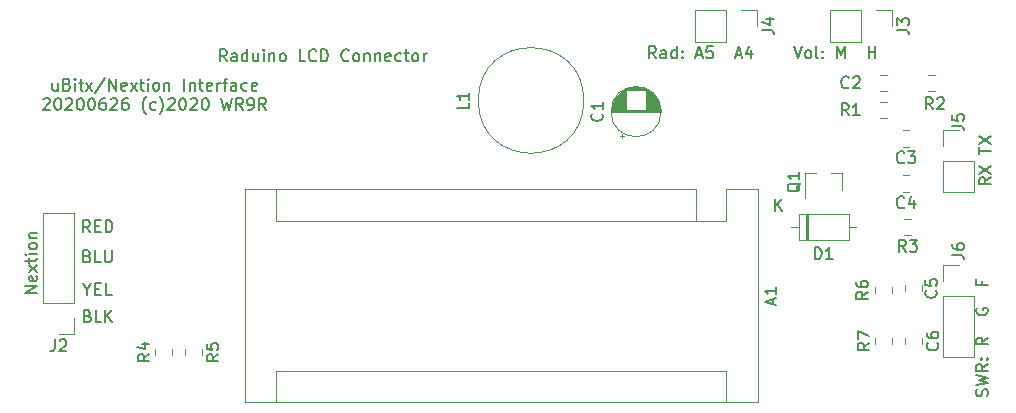
<source format=gbr>
G04 #@! TF.GenerationSoftware,KiCad,Pcbnew,(5.1.5)-3*
G04 #@! TF.CreationDate,2020-07-14T08:47:50-04:00*
G04 #@! TF.ProjectId,WR9R_Raduino,57523952-5f52-4616-9475-696e6f2e6b69,rev?*
G04 #@! TF.SameCoordinates,Original*
G04 #@! TF.FileFunction,Legend,Top*
G04 #@! TF.FilePolarity,Positive*
%FSLAX46Y46*%
G04 Gerber Fmt 4.6, Leading zero omitted, Abs format (unit mm)*
G04 Created by KiCad (PCBNEW (5.1.5)-3) date 2020-07-14 08:47:50*
%MOMM*%
%LPD*%
G04 APERTURE LIST*
%ADD10C,0.150000*%
%ADD11C,0.120000*%
G04 APERTURE END LIST*
D10*
X74515766Y-107751570D02*
X74658623Y-107799189D01*
X74706242Y-107846808D01*
X74753861Y-107942046D01*
X74753861Y-108084903D01*
X74706242Y-108180141D01*
X74658623Y-108227760D01*
X74563385Y-108275379D01*
X74182433Y-108275379D01*
X74182433Y-107275379D01*
X74515766Y-107275379D01*
X74611004Y-107322999D01*
X74658623Y-107370618D01*
X74706242Y-107465856D01*
X74706242Y-107561094D01*
X74658623Y-107656332D01*
X74611004Y-107703951D01*
X74515766Y-107751570D01*
X74182433Y-107751570D01*
X75658623Y-108275379D02*
X75182433Y-108275379D01*
X75182433Y-107275379D01*
X75991957Y-108275379D02*
X75991957Y-107275379D01*
X76563385Y-108275379D02*
X76134814Y-107703951D01*
X76563385Y-107275379D02*
X75991957Y-107846808D01*
X74491957Y-105513189D02*
X74491957Y-105989379D01*
X74158623Y-104989379D02*
X74491957Y-105513189D01*
X74825290Y-104989379D01*
X75158623Y-105465570D02*
X75491957Y-105465570D01*
X75634814Y-105989379D02*
X75158623Y-105989379D01*
X75158623Y-104989379D01*
X75634814Y-104989379D01*
X76539576Y-105989379D02*
X76063385Y-105989379D01*
X76063385Y-104989379D01*
X74491957Y-102671570D02*
X74634814Y-102719189D01*
X74682433Y-102766808D01*
X74730052Y-102862046D01*
X74730052Y-103004903D01*
X74682433Y-103100141D01*
X74634814Y-103147760D01*
X74539576Y-103195379D01*
X74158623Y-103195379D01*
X74158623Y-102195379D01*
X74491957Y-102195379D01*
X74587195Y-102242999D01*
X74634814Y-102290618D01*
X74682433Y-102385856D01*
X74682433Y-102481094D01*
X74634814Y-102576332D01*
X74587195Y-102623951D01*
X74491957Y-102671570D01*
X74158623Y-102671570D01*
X75634814Y-103195379D02*
X75158623Y-103195379D01*
X75158623Y-102195379D01*
X75968147Y-102195379D02*
X75968147Y-103004903D01*
X76015766Y-103100141D01*
X76063385Y-103147760D01*
X76158623Y-103195379D01*
X76349100Y-103195379D01*
X76444338Y-103147760D01*
X76491957Y-103100141D01*
X76539576Y-103004903D01*
X76539576Y-102195379D01*
X86280052Y-86177379D02*
X85946719Y-85701189D01*
X85708623Y-86177379D02*
X85708623Y-85177379D01*
X86089576Y-85177379D01*
X86184814Y-85224999D01*
X86232433Y-85272618D01*
X86280052Y-85367856D01*
X86280052Y-85510713D01*
X86232433Y-85605951D01*
X86184814Y-85653570D01*
X86089576Y-85701189D01*
X85708623Y-85701189D01*
X87137195Y-86177379D02*
X87137195Y-85653570D01*
X87089576Y-85558332D01*
X86994338Y-85510713D01*
X86803861Y-85510713D01*
X86708623Y-85558332D01*
X87137195Y-86129760D02*
X87041957Y-86177379D01*
X86803861Y-86177379D01*
X86708623Y-86129760D01*
X86661004Y-86034522D01*
X86661004Y-85939284D01*
X86708623Y-85844046D01*
X86803861Y-85796427D01*
X87041957Y-85796427D01*
X87137195Y-85748808D01*
X88041957Y-86177379D02*
X88041957Y-85177379D01*
X88041957Y-86129760D02*
X87946719Y-86177379D01*
X87756242Y-86177379D01*
X87661004Y-86129760D01*
X87613385Y-86082141D01*
X87565766Y-85986903D01*
X87565766Y-85701189D01*
X87613385Y-85605951D01*
X87661004Y-85558332D01*
X87756242Y-85510713D01*
X87946719Y-85510713D01*
X88041957Y-85558332D01*
X88946719Y-85510713D02*
X88946719Y-86177379D01*
X88518147Y-85510713D02*
X88518147Y-86034522D01*
X88565766Y-86129760D01*
X88661004Y-86177379D01*
X88803861Y-86177379D01*
X88899100Y-86129760D01*
X88946719Y-86082141D01*
X89422909Y-86177379D02*
X89422909Y-85510713D01*
X89422909Y-85177379D02*
X89375290Y-85224999D01*
X89422909Y-85272618D01*
X89470528Y-85224999D01*
X89422909Y-85177379D01*
X89422909Y-85272618D01*
X89899100Y-85510713D02*
X89899100Y-86177379D01*
X89899100Y-85605951D02*
X89946719Y-85558332D01*
X90041957Y-85510713D01*
X90184814Y-85510713D01*
X90280052Y-85558332D01*
X90327671Y-85653570D01*
X90327671Y-86177379D01*
X90946719Y-86177379D02*
X90851480Y-86129760D01*
X90803861Y-86082141D01*
X90756242Y-85986903D01*
X90756242Y-85701189D01*
X90803861Y-85605951D01*
X90851480Y-85558332D01*
X90946719Y-85510713D01*
X91089576Y-85510713D01*
X91184814Y-85558332D01*
X91232433Y-85605951D01*
X91280052Y-85701189D01*
X91280052Y-85986903D01*
X91232433Y-86082141D01*
X91184814Y-86129760D01*
X91089576Y-86177379D01*
X90946719Y-86177379D01*
X92946719Y-86177379D02*
X92470528Y-86177379D01*
X92470528Y-85177379D01*
X93851480Y-86082141D02*
X93803861Y-86129760D01*
X93661004Y-86177379D01*
X93565766Y-86177379D01*
X93422909Y-86129760D01*
X93327671Y-86034522D01*
X93280052Y-85939284D01*
X93232433Y-85748808D01*
X93232433Y-85605951D01*
X93280052Y-85415475D01*
X93327671Y-85320237D01*
X93422909Y-85224999D01*
X93565766Y-85177379D01*
X93661004Y-85177379D01*
X93803861Y-85224999D01*
X93851480Y-85272618D01*
X94280052Y-86177379D02*
X94280052Y-85177379D01*
X94518147Y-85177379D01*
X94661004Y-85224999D01*
X94756242Y-85320237D01*
X94803861Y-85415475D01*
X94851480Y-85605951D01*
X94851480Y-85748808D01*
X94803861Y-85939284D01*
X94756242Y-86034522D01*
X94661004Y-86129760D01*
X94518147Y-86177379D01*
X94280052Y-86177379D01*
X96613385Y-86082141D02*
X96565766Y-86129760D01*
X96422909Y-86177379D01*
X96327671Y-86177379D01*
X96184814Y-86129760D01*
X96089576Y-86034522D01*
X96041957Y-85939284D01*
X95994338Y-85748808D01*
X95994338Y-85605951D01*
X96041957Y-85415475D01*
X96089576Y-85320237D01*
X96184814Y-85224999D01*
X96327671Y-85177379D01*
X96422909Y-85177379D01*
X96565766Y-85224999D01*
X96613385Y-85272618D01*
X97184814Y-86177379D02*
X97089576Y-86129760D01*
X97041957Y-86082141D01*
X96994338Y-85986903D01*
X96994338Y-85701189D01*
X97041957Y-85605951D01*
X97089576Y-85558332D01*
X97184814Y-85510713D01*
X97327671Y-85510713D01*
X97422909Y-85558332D01*
X97470528Y-85605951D01*
X97518147Y-85701189D01*
X97518147Y-85986903D01*
X97470528Y-86082141D01*
X97422909Y-86129760D01*
X97327671Y-86177379D01*
X97184814Y-86177379D01*
X97946719Y-85510713D02*
X97946719Y-86177379D01*
X97946719Y-85605951D02*
X97994338Y-85558332D01*
X98089576Y-85510713D01*
X98232433Y-85510713D01*
X98327671Y-85558332D01*
X98375290Y-85653570D01*
X98375290Y-86177379D01*
X98851480Y-85510713D02*
X98851480Y-86177379D01*
X98851480Y-85605951D02*
X98899100Y-85558332D01*
X98994338Y-85510713D01*
X99137195Y-85510713D01*
X99232433Y-85558332D01*
X99280052Y-85653570D01*
X99280052Y-86177379D01*
X100137195Y-86129760D02*
X100041957Y-86177379D01*
X99851480Y-86177379D01*
X99756242Y-86129760D01*
X99708623Y-86034522D01*
X99708623Y-85653570D01*
X99756242Y-85558332D01*
X99851480Y-85510713D01*
X100041957Y-85510713D01*
X100137195Y-85558332D01*
X100184814Y-85653570D01*
X100184814Y-85748808D01*
X99708623Y-85844046D01*
X101041957Y-86129760D02*
X100946719Y-86177379D01*
X100756242Y-86177379D01*
X100661004Y-86129760D01*
X100613385Y-86082141D01*
X100565766Y-85986903D01*
X100565766Y-85701189D01*
X100613385Y-85605951D01*
X100661004Y-85558332D01*
X100756242Y-85510713D01*
X100946719Y-85510713D01*
X101041957Y-85558332D01*
X101327671Y-85510713D02*
X101708623Y-85510713D01*
X101470528Y-85177379D02*
X101470528Y-86034522D01*
X101518147Y-86129760D01*
X101613385Y-86177379D01*
X101708623Y-86177379D01*
X102184814Y-86177379D02*
X102089576Y-86129760D01*
X102041957Y-86082141D01*
X101994338Y-85986903D01*
X101994338Y-85701189D01*
X102041957Y-85605951D01*
X102089576Y-85558332D01*
X102184814Y-85510713D01*
X102327671Y-85510713D01*
X102422909Y-85558332D01*
X102470528Y-85605951D01*
X102518147Y-85701189D01*
X102518147Y-85986903D01*
X102470528Y-86082141D01*
X102422909Y-86129760D01*
X102327671Y-86177379D01*
X102184814Y-86177379D01*
X102946719Y-86177379D02*
X102946719Y-85510713D01*
X102946719Y-85701189D02*
X102994338Y-85605951D01*
X103041957Y-85558332D01*
X103137195Y-85510713D01*
X103232433Y-85510713D01*
X150683861Y-114529570D02*
X150731480Y-114386713D01*
X150731480Y-114148618D01*
X150683861Y-114053379D01*
X150636242Y-114005760D01*
X150541004Y-113958141D01*
X150445766Y-113958141D01*
X150350528Y-114005760D01*
X150302909Y-114053379D01*
X150255290Y-114148618D01*
X150207671Y-114339094D01*
X150160052Y-114434332D01*
X150112433Y-114481951D01*
X150017195Y-114529570D01*
X149921957Y-114529570D01*
X149826719Y-114481951D01*
X149779100Y-114434332D01*
X149731480Y-114339094D01*
X149731480Y-114100999D01*
X149779100Y-113958141D01*
X149731480Y-113624808D02*
X150731480Y-113386713D01*
X150017195Y-113196237D01*
X150731480Y-113005760D01*
X149731480Y-112767665D01*
X150731480Y-111815284D02*
X150255290Y-112148618D01*
X150731480Y-112386713D02*
X149731480Y-112386713D01*
X149731480Y-112005760D01*
X149779100Y-111910522D01*
X149826719Y-111862903D01*
X149921957Y-111815284D01*
X150064814Y-111815284D01*
X150160052Y-111862903D01*
X150207671Y-111910522D01*
X150255290Y-112005760D01*
X150255290Y-112386713D01*
X150636242Y-111386713D02*
X150683861Y-111339094D01*
X150731480Y-111386713D01*
X150683861Y-111434332D01*
X150636242Y-111386713D01*
X150731480Y-111386713D01*
X150112433Y-111386713D02*
X150160052Y-111339094D01*
X150207671Y-111386713D01*
X150160052Y-111434332D01*
X150112433Y-111386713D01*
X150207671Y-111386713D01*
X150731480Y-109577189D02*
X150255290Y-109910522D01*
X150731480Y-110148618D02*
X149731480Y-110148618D01*
X149731480Y-109767665D01*
X149779100Y-109672427D01*
X149826719Y-109624808D01*
X149921957Y-109577189D01*
X150064814Y-109577189D01*
X150160052Y-109624808D01*
X150207671Y-109672427D01*
X150255290Y-109767665D01*
X150255290Y-110148618D01*
X149779100Y-107100999D02*
X149731480Y-107196237D01*
X149731480Y-107339094D01*
X149779100Y-107481951D01*
X149874338Y-107577189D01*
X149969576Y-107624808D01*
X150160052Y-107672427D01*
X150302909Y-107672427D01*
X150493385Y-107624808D01*
X150588623Y-107577189D01*
X150683861Y-107481951D01*
X150731480Y-107339094D01*
X150731480Y-107243856D01*
X150683861Y-107100999D01*
X150636242Y-107053379D01*
X150302909Y-107053379D01*
X150302909Y-107243856D01*
X150207671Y-104767665D02*
X150207671Y-105100999D01*
X150731480Y-105100999D02*
X149731480Y-105100999D01*
X149731480Y-104624808D01*
X150985480Y-96019760D02*
X150509290Y-96353094D01*
X150985480Y-96591189D02*
X149985480Y-96591189D01*
X149985480Y-96210237D01*
X150033100Y-96114999D01*
X150080719Y-96067379D01*
X150175957Y-96019760D01*
X150318814Y-96019760D01*
X150414052Y-96067379D01*
X150461671Y-96114999D01*
X150509290Y-96210237D01*
X150509290Y-96591189D01*
X149985480Y-95686427D02*
X150985480Y-95019760D01*
X149985480Y-95019760D02*
X150985480Y-95686427D01*
X149985480Y-94019760D02*
X149985480Y-93448332D01*
X150985480Y-93734046D02*
X149985480Y-93734046D01*
X149985480Y-93210237D02*
X150985480Y-92543570D01*
X149985480Y-92543570D02*
X150985480Y-93210237D01*
X122617385Y-85923379D02*
X122284052Y-85447189D01*
X122045957Y-85923379D02*
X122045957Y-84923379D01*
X122426909Y-84923379D01*
X122522147Y-84970999D01*
X122569766Y-85018618D01*
X122617385Y-85113856D01*
X122617385Y-85256713D01*
X122569766Y-85351951D01*
X122522147Y-85399570D01*
X122426909Y-85447189D01*
X122045957Y-85447189D01*
X123474528Y-85923379D02*
X123474528Y-85399570D01*
X123426909Y-85304332D01*
X123331671Y-85256713D01*
X123141195Y-85256713D01*
X123045957Y-85304332D01*
X123474528Y-85875760D02*
X123379290Y-85923379D01*
X123141195Y-85923379D01*
X123045957Y-85875760D01*
X122998338Y-85780522D01*
X122998338Y-85685284D01*
X123045957Y-85590046D01*
X123141195Y-85542427D01*
X123379290Y-85542427D01*
X123474528Y-85494808D01*
X124379290Y-85923379D02*
X124379290Y-84923379D01*
X124379290Y-85875760D02*
X124284052Y-85923379D01*
X124093576Y-85923379D01*
X123998338Y-85875760D01*
X123950719Y-85828141D01*
X123903100Y-85732903D01*
X123903100Y-85447189D01*
X123950719Y-85351951D01*
X123998338Y-85304332D01*
X124093576Y-85256713D01*
X124284052Y-85256713D01*
X124379290Y-85304332D01*
X124855480Y-85828141D02*
X124903100Y-85875760D01*
X124855480Y-85923379D01*
X124807861Y-85875760D01*
X124855480Y-85828141D01*
X124855480Y-85923379D01*
X124855480Y-85304332D02*
X124903100Y-85351951D01*
X124855480Y-85399570D01*
X124807861Y-85351951D01*
X124855480Y-85304332D01*
X124855480Y-85399570D01*
X126045957Y-85637665D02*
X126522147Y-85637665D01*
X125950719Y-85923379D02*
X126284052Y-84923379D01*
X126617385Y-85923379D01*
X127426909Y-84923379D02*
X126950719Y-84923379D01*
X126903100Y-85399570D01*
X126950719Y-85351951D01*
X127045957Y-85304332D01*
X127284052Y-85304332D01*
X127379290Y-85351951D01*
X127426909Y-85399570D01*
X127474528Y-85494808D01*
X127474528Y-85732903D01*
X127426909Y-85828141D01*
X127379290Y-85875760D01*
X127284052Y-85923379D01*
X127045957Y-85923379D01*
X126950719Y-85875760D01*
X126903100Y-85828141D01*
X129379290Y-85637665D02*
X129855480Y-85637665D01*
X129284052Y-85923379D02*
X129617385Y-84923379D01*
X129950719Y-85923379D01*
X130712623Y-85256713D02*
X130712623Y-85923379D01*
X130474528Y-84875760D02*
X130236433Y-85590046D01*
X130855480Y-85590046D01*
X134309290Y-84923379D02*
X134642623Y-85923379D01*
X134975957Y-84923379D01*
X135452147Y-85923379D02*
X135356909Y-85875760D01*
X135309290Y-85828141D01*
X135261671Y-85732903D01*
X135261671Y-85447189D01*
X135309290Y-85351951D01*
X135356909Y-85304332D01*
X135452147Y-85256713D01*
X135595004Y-85256713D01*
X135690242Y-85304332D01*
X135737861Y-85351951D01*
X135785480Y-85447189D01*
X135785480Y-85732903D01*
X135737861Y-85828141D01*
X135690242Y-85875760D01*
X135595004Y-85923379D01*
X135452147Y-85923379D01*
X136356909Y-85923379D02*
X136261671Y-85875760D01*
X136214052Y-85780522D01*
X136214052Y-84923379D01*
X136737861Y-85828141D02*
X136785480Y-85875760D01*
X136737861Y-85923379D01*
X136690242Y-85875760D01*
X136737861Y-85828141D01*
X136737861Y-85923379D01*
X136737861Y-85304332D02*
X136785480Y-85351951D01*
X136737861Y-85399570D01*
X136690242Y-85351951D01*
X136737861Y-85304332D01*
X136737861Y-85399570D01*
X137975957Y-85923379D02*
X137975957Y-84923379D01*
X138309290Y-85637665D01*
X138642623Y-84923379D01*
X138642623Y-85923379D01*
X140642623Y-85923379D02*
X140642623Y-84923379D01*
X140642623Y-85399570D02*
X141214052Y-85399570D01*
X141214052Y-85923379D02*
X141214052Y-84923379D01*
X70213480Y-105798618D02*
X69213480Y-105798618D01*
X70213480Y-105227189D01*
X69213480Y-105227189D01*
X70165861Y-104370046D02*
X70213480Y-104465284D01*
X70213480Y-104655760D01*
X70165861Y-104750999D01*
X70070623Y-104798618D01*
X69689671Y-104798618D01*
X69594433Y-104750999D01*
X69546814Y-104655760D01*
X69546814Y-104465284D01*
X69594433Y-104370046D01*
X69689671Y-104322427D01*
X69784909Y-104322427D01*
X69880147Y-104798618D01*
X70213480Y-103989094D02*
X69546814Y-103465284D01*
X69546814Y-103989094D02*
X70213480Y-103465284D01*
X69546814Y-103227189D02*
X69546814Y-102846237D01*
X69213480Y-103084332D02*
X70070623Y-103084332D01*
X70165861Y-103036713D01*
X70213480Y-102941475D01*
X70213480Y-102846237D01*
X70213480Y-102512903D02*
X69546814Y-102512903D01*
X69213480Y-102512903D02*
X69261100Y-102560522D01*
X69308719Y-102512903D01*
X69261100Y-102465284D01*
X69213480Y-102512903D01*
X69308719Y-102512903D01*
X70213480Y-101893856D02*
X70165861Y-101989094D01*
X70118242Y-102036713D01*
X70023004Y-102084332D01*
X69737290Y-102084332D01*
X69642052Y-102036713D01*
X69594433Y-101989094D01*
X69546814Y-101893856D01*
X69546814Y-101750999D01*
X69594433Y-101655760D01*
X69642052Y-101608141D01*
X69737290Y-101560522D01*
X70023004Y-101560522D01*
X70118242Y-101608141D01*
X70165861Y-101655760D01*
X70213480Y-101750999D01*
X70213480Y-101893856D01*
X69546814Y-101131951D02*
X70213480Y-101131951D01*
X69642052Y-101131951D02*
X69594433Y-101084332D01*
X69546814Y-100989094D01*
X69546814Y-100846237D01*
X69594433Y-100750999D01*
X69689671Y-100703379D01*
X70213480Y-100703379D01*
X74706242Y-100655379D02*
X74372909Y-100179189D01*
X74134814Y-100655379D02*
X74134814Y-99655379D01*
X74515766Y-99655379D01*
X74611004Y-99702999D01*
X74658623Y-99750618D01*
X74706242Y-99845856D01*
X74706242Y-99988713D01*
X74658623Y-100083951D01*
X74611004Y-100131570D01*
X74515766Y-100179189D01*
X74134814Y-100179189D01*
X75134814Y-100131570D02*
X75468147Y-100131570D01*
X75611004Y-100655379D02*
X75134814Y-100655379D01*
X75134814Y-99655379D01*
X75611004Y-99655379D01*
X76039576Y-100655379D02*
X76039576Y-99655379D01*
X76277671Y-99655379D01*
X76420528Y-99702999D01*
X76515766Y-99798237D01*
X76563385Y-99893475D01*
X76611004Y-100083951D01*
X76611004Y-100226808D01*
X76563385Y-100417284D01*
X76515766Y-100512522D01*
X76420528Y-100607760D01*
X76277671Y-100655379D01*
X76039576Y-100655379D01*
X71960814Y-87987713D02*
X71960814Y-88654379D01*
X71532242Y-87987713D02*
X71532242Y-88511522D01*
X71579861Y-88606760D01*
X71675100Y-88654379D01*
X71817957Y-88654379D01*
X71913195Y-88606760D01*
X71960814Y-88559141D01*
X72770338Y-88130570D02*
X72913195Y-88178189D01*
X72960814Y-88225808D01*
X73008433Y-88321046D01*
X73008433Y-88463903D01*
X72960814Y-88559141D01*
X72913195Y-88606760D01*
X72817957Y-88654379D01*
X72437004Y-88654379D01*
X72437004Y-87654379D01*
X72770338Y-87654379D01*
X72865576Y-87701999D01*
X72913195Y-87749618D01*
X72960814Y-87844856D01*
X72960814Y-87940094D01*
X72913195Y-88035332D01*
X72865576Y-88082951D01*
X72770338Y-88130570D01*
X72437004Y-88130570D01*
X73437004Y-88654379D02*
X73437004Y-87987713D01*
X73437004Y-87654379D02*
X73389385Y-87701999D01*
X73437004Y-87749618D01*
X73484623Y-87701999D01*
X73437004Y-87654379D01*
X73437004Y-87749618D01*
X73770338Y-87987713D02*
X74151290Y-87987713D01*
X73913195Y-87654379D02*
X73913195Y-88511522D01*
X73960814Y-88606760D01*
X74056052Y-88654379D01*
X74151290Y-88654379D01*
X74389385Y-88654379D02*
X74913195Y-87987713D01*
X74389385Y-87987713D02*
X74913195Y-88654379D01*
X76008433Y-87606760D02*
X75151290Y-88892475D01*
X76341766Y-88654379D02*
X76341766Y-87654379D01*
X76913195Y-88654379D01*
X76913195Y-87654379D01*
X77770338Y-88606760D02*
X77675099Y-88654379D01*
X77484623Y-88654379D01*
X77389385Y-88606760D01*
X77341766Y-88511522D01*
X77341766Y-88130570D01*
X77389385Y-88035332D01*
X77484623Y-87987713D01*
X77675099Y-87987713D01*
X77770338Y-88035332D01*
X77817957Y-88130570D01*
X77817957Y-88225808D01*
X77341766Y-88321046D01*
X78151290Y-88654379D02*
X78675100Y-87987713D01*
X78151290Y-87987713D02*
X78675100Y-88654379D01*
X78913195Y-87987713D02*
X79294147Y-87987713D01*
X79056052Y-87654379D02*
X79056052Y-88511522D01*
X79103671Y-88606760D01*
X79198909Y-88654379D01*
X79294147Y-88654379D01*
X79627480Y-88654379D02*
X79627480Y-87987713D01*
X79627480Y-87654379D02*
X79579861Y-87701999D01*
X79627480Y-87749618D01*
X79675100Y-87701999D01*
X79627480Y-87654379D01*
X79627480Y-87749618D01*
X80246528Y-88654379D02*
X80151290Y-88606760D01*
X80103671Y-88559141D01*
X80056052Y-88463903D01*
X80056052Y-88178189D01*
X80103671Y-88082951D01*
X80151290Y-88035332D01*
X80246528Y-87987713D01*
X80389385Y-87987713D01*
X80484623Y-88035332D01*
X80532242Y-88082951D01*
X80579861Y-88178189D01*
X80579861Y-88463903D01*
X80532242Y-88559141D01*
X80484623Y-88606760D01*
X80389385Y-88654379D01*
X80246528Y-88654379D01*
X81008433Y-87987713D02*
X81008433Y-88654379D01*
X81008433Y-88082951D02*
X81056052Y-88035332D01*
X81151290Y-87987713D01*
X81294147Y-87987713D01*
X81389385Y-88035332D01*
X81437004Y-88130570D01*
X81437004Y-88654379D01*
X82675100Y-88654379D02*
X82675100Y-87654379D01*
X83151290Y-87987713D02*
X83151290Y-88654379D01*
X83151290Y-88082951D02*
X83198909Y-88035332D01*
X83294147Y-87987713D01*
X83437004Y-87987713D01*
X83532242Y-88035332D01*
X83579861Y-88130570D01*
X83579861Y-88654379D01*
X83913195Y-87987713D02*
X84294147Y-87987713D01*
X84056052Y-87654379D02*
X84056052Y-88511522D01*
X84103671Y-88606760D01*
X84198909Y-88654379D01*
X84294147Y-88654379D01*
X85008433Y-88606760D02*
X84913195Y-88654379D01*
X84722719Y-88654379D01*
X84627480Y-88606760D01*
X84579861Y-88511522D01*
X84579861Y-88130570D01*
X84627480Y-88035332D01*
X84722719Y-87987713D01*
X84913195Y-87987713D01*
X85008433Y-88035332D01*
X85056052Y-88130570D01*
X85056052Y-88225808D01*
X84579861Y-88321046D01*
X85484623Y-88654379D02*
X85484623Y-87987713D01*
X85484623Y-88178189D02*
X85532242Y-88082951D01*
X85579861Y-88035332D01*
X85675099Y-87987713D01*
X85770338Y-87987713D01*
X85960814Y-87987713D02*
X86341766Y-87987713D01*
X86103671Y-88654379D02*
X86103671Y-87797237D01*
X86151290Y-87701999D01*
X86246528Y-87654379D01*
X86341766Y-87654379D01*
X87103671Y-88654379D02*
X87103671Y-88130570D01*
X87056052Y-88035332D01*
X86960814Y-87987713D01*
X86770338Y-87987713D01*
X86675099Y-88035332D01*
X87103671Y-88606760D02*
X87008433Y-88654379D01*
X86770338Y-88654379D01*
X86675099Y-88606760D01*
X86627480Y-88511522D01*
X86627480Y-88416284D01*
X86675099Y-88321046D01*
X86770338Y-88273427D01*
X87008433Y-88273427D01*
X87103671Y-88225808D01*
X88008433Y-88606760D02*
X87913195Y-88654379D01*
X87722719Y-88654379D01*
X87627480Y-88606760D01*
X87579861Y-88559141D01*
X87532242Y-88463903D01*
X87532242Y-88178189D01*
X87579861Y-88082951D01*
X87627480Y-88035332D01*
X87722719Y-87987713D01*
X87913195Y-87987713D01*
X88008433Y-88035332D01*
X88817957Y-88606760D02*
X88722719Y-88654379D01*
X88532242Y-88654379D01*
X88437004Y-88606760D01*
X88389385Y-88511522D01*
X88389385Y-88130570D01*
X88437004Y-88035332D01*
X88532242Y-87987713D01*
X88722719Y-87987713D01*
X88817957Y-88035332D01*
X88865576Y-88130570D01*
X88865576Y-88225808D01*
X88389385Y-88321046D01*
X70746528Y-89399618D02*
X70794147Y-89351999D01*
X70889385Y-89304379D01*
X71127480Y-89304379D01*
X71222719Y-89351999D01*
X71270338Y-89399618D01*
X71317957Y-89494856D01*
X71317957Y-89590094D01*
X71270338Y-89732951D01*
X70698909Y-90304379D01*
X71317957Y-90304379D01*
X71937004Y-89304379D02*
X72032242Y-89304379D01*
X72127480Y-89351999D01*
X72175100Y-89399618D01*
X72222719Y-89494856D01*
X72270338Y-89685332D01*
X72270338Y-89923427D01*
X72222719Y-90113903D01*
X72175100Y-90209141D01*
X72127480Y-90256760D01*
X72032242Y-90304379D01*
X71937004Y-90304379D01*
X71841766Y-90256760D01*
X71794147Y-90209141D01*
X71746528Y-90113903D01*
X71698909Y-89923427D01*
X71698909Y-89685332D01*
X71746528Y-89494856D01*
X71794147Y-89399618D01*
X71841766Y-89351999D01*
X71937004Y-89304379D01*
X72651290Y-89399618D02*
X72698909Y-89351999D01*
X72794147Y-89304379D01*
X73032242Y-89304379D01*
X73127480Y-89351999D01*
X73175100Y-89399618D01*
X73222719Y-89494856D01*
X73222719Y-89590094D01*
X73175100Y-89732951D01*
X72603671Y-90304379D01*
X73222719Y-90304379D01*
X73841766Y-89304379D02*
X73937004Y-89304379D01*
X74032242Y-89351999D01*
X74079861Y-89399618D01*
X74127480Y-89494856D01*
X74175100Y-89685332D01*
X74175100Y-89923427D01*
X74127480Y-90113903D01*
X74079861Y-90209141D01*
X74032242Y-90256760D01*
X73937004Y-90304379D01*
X73841766Y-90304379D01*
X73746528Y-90256760D01*
X73698909Y-90209141D01*
X73651290Y-90113903D01*
X73603671Y-89923427D01*
X73603671Y-89685332D01*
X73651290Y-89494856D01*
X73698909Y-89399618D01*
X73746528Y-89351999D01*
X73841766Y-89304379D01*
X74794147Y-89304379D02*
X74889385Y-89304379D01*
X74984623Y-89351999D01*
X75032242Y-89399618D01*
X75079861Y-89494856D01*
X75127480Y-89685332D01*
X75127480Y-89923427D01*
X75079861Y-90113903D01*
X75032242Y-90209141D01*
X74984623Y-90256760D01*
X74889385Y-90304379D01*
X74794147Y-90304379D01*
X74698909Y-90256760D01*
X74651290Y-90209141D01*
X74603671Y-90113903D01*
X74556052Y-89923427D01*
X74556052Y-89685332D01*
X74603671Y-89494856D01*
X74651290Y-89399618D01*
X74698909Y-89351999D01*
X74794147Y-89304379D01*
X75984623Y-89304379D02*
X75794147Y-89304379D01*
X75698909Y-89351999D01*
X75651290Y-89399618D01*
X75556052Y-89542475D01*
X75508433Y-89732951D01*
X75508433Y-90113903D01*
X75556052Y-90209141D01*
X75603671Y-90256760D01*
X75698909Y-90304379D01*
X75889385Y-90304379D01*
X75984623Y-90256760D01*
X76032242Y-90209141D01*
X76079861Y-90113903D01*
X76079861Y-89875808D01*
X76032242Y-89780570D01*
X75984623Y-89732951D01*
X75889385Y-89685332D01*
X75698909Y-89685332D01*
X75603671Y-89732951D01*
X75556052Y-89780570D01*
X75508433Y-89875808D01*
X76460814Y-89399618D02*
X76508433Y-89351999D01*
X76603671Y-89304379D01*
X76841766Y-89304379D01*
X76937004Y-89351999D01*
X76984623Y-89399618D01*
X77032242Y-89494856D01*
X77032242Y-89590094D01*
X76984623Y-89732951D01*
X76413195Y-90304379D01*
X77032242Y-90304379D01*
X77889385Y-89304379D02*
X77698909Y-89304379D01*
X77603671Y-89351999D01*
X77556052Y-89399618D01*
X77460814Y-89542475D01*
X77413195Y-89732951D01*
X77413195Y-90113903D01*
X77460814Y-90209141D01*
X77508433Y-90256760D01*
X77603671Y-90304379D01*
X77794147Y-90304379D01*
X77889385Y-90256760D01*
X77937004Y-90209141D01*
X77984623Y-90113903D01*
X77984623Y-89875808D01*
X77937004Y-89780570D01*
X77889385Y-89732951D01*
X77794147Y-89685332D01*
X77603671Y-89685332D01*
X77508433Y-89732951D01*
X77460814Y-89780570D01*
X77413195Y-89875808D01*
X79460814Y-90685332D02*
X79413195Y-90637713D01*
X79317957Y-90494856D01*
X79270338Y-90399618D01*
X79222719Y-90256760D01*
X79175100Y-90018665D01*
X79175100Y-89828189D01*
X79222719Y-89590094D01*
X79270338Y-89447237D01*
X79317957Y-89351999D01*
X79413195Y-89209141D01*
X79460814Y-89161522D01*
X80270338Y-90256760D02*
X80175100Y-90304379D01*
X79984623Y-90304379D01*
X79889385Y-90256760D01*
X79841766Y-90209141D01*
X79794147Y-90113903D01*
X79794147Y-89828189D01*
X79841766Y-89732951D01*
X79889385Y-89685332D01*
X79984623Y-89637713D01*
X80175100Y-89637713D01*
X80270338Y-89685332D01*
X80603671Y-90685332D02*
X80651290Y-90637713D01*
X80746528Y-90494856D01*
X80794147Y-90399618D01*
X80841766Y-90256760D01*
X80889385Y-90018665D01*
X80889385Y-89828189D01*
X80841766Y-89590094D01*
X80794147Y-89447237D01*
X80746528Y-89351999D01*
X80651290Y-89209141D01*
X80603671Y-89161522D01*
X81317957Y-89399618D02*
X81365576Y-89351999D01*
X81460814Y-89304379D01*
X81698909Y-89304379D01*
X81794147Y-89351999D01*
X81841766Y-89399618D01*
X81889385Y-89494856D01*
X81889385Y-89590094D01*
X81841766Y-89732951D01*
X81270338Y-90304379D01*
X81889385Y-90304379D01*
X82508433Y-89304379D02*
X82603671Y-89304379D01*
X82698909Y-89351999D01*
X82746528Y-89399618D01*
X82794147Y-89494856D01*
X82841766Y-89685332D01*
X82841766Y-89923427D01*
X82794147Y-90113903D01*
X82746528Y-90209141D01*
X82698909Y-90256760D01*
X82603671Y-90304379D01*
X82508433Y-90304379D01*
X82413195Y-90256760D01*
X82365576Y-90209141D01*
X82317957Y-90113903D01*
X82270338Y-89923427D01*
X82270338Y-89685332D01*
X82317957Y-89494856D01*
X82365576Y-89399618D01*
X82413195Y-89351999D01*
X82508433Y-89304379D01*
X83222719Y-89399618D02*
X83270338Y-89351999D01*
X83365576Y-89304379D01*
X83603671Y-89304379D01*
X83698909Y-89351999D01*
X83746528Y-89399618D01*
X83794147Y-89494856D01*
X83794147Y-89590094D01*
X83746528Y-89732951D01*
X83175100Y-90304379D01*
X83794147Y-90304379D01*
X84413195Y-89304379D02*
X84508433Y-89304379D01*
X84603671Y-89351999D01*
X84651290Y-89399618D01*
X84698909Y-89494856D01*
X84746528Y-89685332D01*
X84746528Y-89923427D01*
X84698909Y-90113903D01*
X84651290Y-90209141D01*
X84603671Y-90256760D01*
X84508433Y-90304379D01*
X84413195Y-90304379D01*
X84317957Y-90256760D01*
X84270338Y-90209141D01*
X84222719Y-90113903D01*
X84175100Y-89923427D01*
X84175100Y-89685332D01*
X84222719Y-89494856D01*
X84270338Y-89399618D01*
X84317957Y-89351999D01*
X84413195Y-89304379D01*
X85841766Y-89304379D02*
X86079861Y-90304379D01*
X86270338Y-89590094D01*
X86460814Y-90304379D01*
X86698909Y-89304379D01*
X87651290Y-90304379D02*
X87317957Y-89828189D01*
X87079861Y-90304379D02*
X87079861Y-89304379D01*
X87460814Y-89304379D01*
X87556052Y-89351999D01*
X87603671Y-89399618D01*
X87651290Y-89494856D01*
X87651290Y-89637713D01*
X87603671Y-89732951D01*
X87556052Y-89780570D01*
X87460814Y-89828189D01*
X87079861Y-89828189D01*
X88127480Y-90304379D02*
X88317957Y-90304379D01*
X88413195Y-90256760D01*
X88460814Y-90209141D01*
X88556052Y-90066284D01*
X88603671Y-89875808D01*
X88603671Y-89494856D01*
X88556052Y-89399618D01*
X88508433Y-89351999D01*
X88413195Y-89304379D01*
X88222719Y-89304379D01*
X88127480Y-89351999D01*
X88079861Y-89399618D01*
X88032242Y-89494856D01*
X88032242Y-89732951D01*
X88079861Y-89828189D01*
X88127480Y-89875808D01*
X88222719Y-89923427D01*
X88413195Y-89923427D01*
X88508433Y-89875808D01*
X88556052Y-89828189D01*
X88603671Y-89732951D01*
X89603671Y-90304379D02*
X89270338Y-89828189D01*
X89032242Y-90304379D02*
X89032242Y-89304379D01*
X89413195Y-89304379D01*
X89508433Y-89351999D01*
X89556052Y-89399618D01*
X89603671Y-89494856D01*
X89603671Y-89637713D01*
X89556052Y-89732951D01*
X89508433Y-89780570D01*
X89413195Y-89828189D01*
X89032242Y-89828189D01*
D11*
X138397100Y-95632999D02*
X138397100Y-97092999D01*
X135237100Y-95632999D02*
X135237100Y-97792999D01*
X135237100Y-95632999D02*
X136167100Y-95632999D01*
X138397100Y-95632999D02*
X137467100Y-95632999D01*
X142607100Y-110113577D02*
X142607100Y-109596421D01*
X141187100Y-110113577D02*
X141187100Y-109596421D01*
X141187100Y-105278421D02*
X141187100Y-105795577D01*
X142607100Y-105278421D02*
X142607100Y-105795577D01*
X144187678Y-99492999D02*
X143670522Y-99492999D01*
X144187678Y-100912999D02*
X143670522Y-100912999D01*
X82767100Y-110563921D02*
X82767100Y-111081077D01*
X84187100Y-110563921D02*
X84187100Y-111081077D01*
X81647100Y-111051077D02*
X81647100Y-110533921D01*
X80227100Y-111051077D02*
X80227100Y-110533921D01*
X145702522Y-88720999D02*
X146219678Y-88720999D01*
X145702522Y-87300999D02*
X146219678Y-87300999D01*
X141638522Y-91006999D02*
X142155678Y-91006999D01*
X141638522Y-89586999D02*
X142155678Y-89586999D01*
X146917100Y-92014999D02*
X148247100Y-92014999D01*
X146917100Y-93344999D02*
X146917100Y-92014999D01*
X146917100Y-94614999D02*
X149577100Y-94614999D01*
X149577100Y-94614999D02*
X149577100Y-97214999D01*
X146917100Y-94614999D02*
X146917100Y-97214999D01*
X146917100Y-97214999D02*
X149577100Y-97214999D01*
X135297100Y-99082999D02*
X135297100Y-101322999D01*
X135537100Y-99082999D02*
X135537100Y-101322999D01*
X135417100Y-99082999D02*
X135417100Y-101322999D01*
X139587100Y-100202999D02*
X138937100Y-100202999D01*
X134047100Y-100202999D02*
X134697100Y-100202999D01*
X138937100Y-99082999D02*
X134697100Y-99082999D01*
X138937100Y-101322999D02*
X138937100Y-99082999D01*
X134697100Y-101322999D02*
X138937100Y-101322999D01*
X134697100Y-99082999D02*
X134697100Y-101322999D01*
X143727100Y-109596421D02*
X143727100Y-110113577D01*
X145147100Y-109596421D02*
X145147100Y-110113577D01*
X145147100Y-105668577D02*
X145147100Y-105151421D01*
X143727100Y-105668577D02*
X143727100Y-105151421D01*
X144060678Y-95809999D02*
X143543522Y-95809999D01*
X144060678Y-97229999D02*
X143543522Y-97229999D01*
X144060678Y-91999999D02*
X143543522Y-91999999D01*
X144060678Y-93419999D02*
X143543522Y-93419999D01*
X141638522Y-88720999D02*
X142155678Y-88720999D01*
X141638522Y-87300999D02*
X142155678Y-87300999D01*
X131232100Y-115064999D02*
X131232100Y-97024999D01*
X87792100Y-115064999D02*
X131232100Y-115064999D01*
X87792100Y-97024999D02*
X87792100Y-115064999D01*
X90462100Y-99694999D02*
X90462100Y-97024999D01*
X126022100Y-99694999D02*
X90462100Y-99694999D01*
X126022100Y-99694999D02*
X126022100Y-97024999D01*
X90462100Y-112394999D02*
X90462100Y-115064999D01*
X128562100Y-112394999D02*
X90462100Y-112394999D01*
X128562100Y-112394999D02*
X128562100Y-115064999D01*
X131232100Y-97024999D02*
X128562100Y-97024999D01*
X126022100Y-97024999D02*
X87792100Y-97024999D01*
X128562100Y-99694999D02*
X128562100Y-97024999D01*
X126022100Y-99694999D02*
X128562100Y-99694999D01*
X131162100Y-81854999D02*
X131162100Y-83184999D01*
X129832100Y-81854999D02*
X131162100Y-81854999D01*
X128562100Y-81854999D02*
X128562100Y-84514999D01*
X128562100Y-84514999D02*
X125962100Y-84514999D01*
X128562100Y-81854999D02*
X125962100Y-81854999D01*
X125962100Y-81854999D02*
X125962100Y-84514999D01*
X146917100Y-103444999D02*
X148247100Y-103444999D01*
X146917100Y-104774999D02*
X146917100Y-103444999D01*
X146917100Y-106044999D02*
X149577100Y-106044999D01*
X149577100Y-106044999D02*
X149577100Y-111184999D01*
X146917100Y-106044999D02*
X146917100Y-111184999D01*
X146917100Y-111184999D02*
X149577100Y-111184999D01*
X142592100Y-81854999D02*
X142592100Y-83184999D01*
X141262100Y-81854999D02*
X142592100Y-81854999D01*
X139992100Y-81854999D02*
X139992100Y-84514999D01*
X139992100Y-84514999D02*
X137392100Y-84514999D01*
X139992100Y-81854999D02*
X137392100Y-81854999D01*
X137392100Y-81854999D02*
X137392100Y-84514999D01*
X73377100Y-109279999D02*
X72047100Y-109279999D01*
X73377100Y-107949999D02*
X73377100Y-109279999D01*
X73377100Y-106679999D02*
X70717100Y-106679999D01*
X70717100Y-106679999D02*
X70717100Y-98999999D01*
X73377100Y-106679999D02*
X73377100Y-98999999D01*
X73377100Y-98999999D02*
X70717100Y-98999999D01*
X116522100Y-89494999D02*
G75*
G03X116522100Y-89494999I-4470000J0D01*
G01*
X119547100Y-92509800D02*
X119947100Y-92509800D01*
X119747100Y-92709800D02*
X119747100Y-92309800D01*
X120572100Y-88358999D02*
X121312100Y-88358999D01*
X120405100Y-88398999D02*
X121479100Y-88398999D01*
X120278100Y-88438999D02*
X121606100Y-88438999D01*
X120174100Y-88478999D02*
X121710100Y-88478999D01*
X120083100Y-88518999D02*
X121801100Y-88518999D01*
X120002100Y-88558999D02*
X121882100Y-88558999D01*
X119929100Y-88598999D02*
X121955100Y-88598999D01*
X121782100Y-88638999D02*
X122022100Y-88638999D01*
X119862100Y-88638999D02*
X120102100Y-88638999D01*
X121782100Y-88678999D02*
X122084100Y-88678999D01*
X119800100Y-88678999D02*
X120102100Y-88678999D01*
X121782100Y-88718999D02*
X122142100Y-88718999D01*
X119742100Y-88718999D02*
X120102100Y-88718999D01*
X121782100Y-88758999D02*
X122196100Y-88758999D01*
X119688100Y-88758999D02*
X120102100Y-88758999D01*
X121782100Y-88798999D02*
X122246100Y-88798999D01*
X119638100Y-88798999D02*
X120102100Y-88798999D01*
X121782100Y-88838999D02*
X122293100Y-88838999D01*
X119591100Y-88838999D02*
X120102100Y-88838999D01*
X121782100Y-88878999D02*
X122338100Y-88878999D01*
X119546100Y-88878999D02*
X120102100Y-88878999D01*
X121782100Y-88918999D02*
X122380100Y-88918999D01*
X119504100Y-88918999D02*
X120102100Y-88918999D01*
X121782100Y-88958999D02*
X122420100Y-88958999D01*
X119464100Y-88958999D02*
X120102100Y-88958999D01*
X121782100Y-88998999D02*
X122458100Y-88998999D01*
X119426100Y-88998999D02*
X120102100Y-88998999D01*
X121782100Y-89038999D02*
X122494100Y-89038999D01*
X119390100Y-89038999D02*
X120102100Y-89038999D01*
X121782100Y-89078999D02*
X122529100Y-89078999D01*
X119355100Y-89078999D02*
X120102100Y-89078999D01*
X121782100Y-89118999D02*
X122561100Y-89118999D01*
X119323100Y-89118999D02*
X120102100Y-89118999D01*
X121782100Y-89158999D02*
X122592100Y-89158999D01*
X119292100Y-89158999D02*
X120102100Y-89158999D01*
X121782100Y-89198999D02*
X122622100Y-89198999D01*
X119262100Y-89198999D02*
X120102100Y-89198999D01*
X121782100Y-89238999D02*
X122650100Y-89238999D01*
X119234100Y-89238999D02*
X120102100Y-89238999D01*
X121782100Y-89278999D02*
X122677100Y-89278999D01*
X119207100Y-89278999D02*
X120102100Y-89278999D01*
X121782100Y-89318999D02*
X122702100Y-89318999D01*
X119182100Y-89318999D02*
X120102100Y-89318999D01*
X121782100Y-89358999D02*
X122727100Y-89358999D01*
X119157100Y-89358999D02*
X120102100Y-89358999D01*
X121782100Y-89398999D02*
X122750100Y-89398999D01*
X119134100Y-89398999D02*
X120102100Y-89398999D01*
X121782100Y-89438999D02*
X122772100Y-89438999D01*
X119112100Y-89438999D02*
X120102100Y-89438999D01*
X121782100Y-89478999D02*
X122793100Y-89478999D01*
X119091100Y-89478999D02*
X120102100Y-89478999D01*
X121782100Y-89518999D02*
X122812100Y-89518999D01*
X119072100Y-89518999D02*
X120102100Y-89518999D01*
X121782100Y-89558999D02*
X122831100Y-89558999D01*
X119053100Y-89558999D02*
X120102100Y-89558999D01*
X121782100Y-89598999D02*
X122849100Y-89598999D01*
X119035100Y-89598999D02*
X120102100Y-89598999D01*
X121782100Y-89638999D02*
X122866100Y-89638999D01*
X119018100Y-89638999D02*
X120102100Y-89638999D01*
X121782100Y-89678999D02*
X122882100Y-89678999D01*
X119002100Y-89678999D02*
X120102100Y-89678999D01*
X121782100Y-89718999D02*
X122896100Y-89718999D01*
X118988100Y-89718999D02*
X120102100Y-89718999D01*
X121782100Y-89759999D02*
X122910100Y-89759999D01*
X118974100Y-89759999D02*
X120102100Y-89759999D01*
X121782100Y-89799999D02*
X122924100Y-89799999D01*
X118960100Y-89799999D02*
X120102100Y-89799999D01*
X121782100Y-89839999D02*
X122936100Y-89839999D01*
X118948100Y-89839999D02*
X120102100Y-89839999D01*
X121782100Y-89879999D02*
X122947100Y-89879999D01*
X118937100Y-89879999D02*
X120102100Y-89879999D01*
X121782100Y-89919999D02*
X122958100Y-89919999D01*
X118926100Y-89919999D02*
X120102100Y-89919999D01*
X121782100Y-89959999D02*
X122967100Y-89959999D01*
X118917100Y-89959999D02*
X120102100Y-89959999D01*
X121782100Y-89999999D02*
X122976100Y-89999999D01*
X118908100Y-89999999D02*
X120102100Y-89999999D01*
X121782100Y-90039999D02*
X122984100Y-90039999D01*
X118900100Y-90039999D02*
X120102100Y-90039999D01*
X121782100Y-90079999D02*
X122992100Y-90079999D01*
X118892100Y-90079999D02*
X120102100Y-90079999D01*
X121782100Y-90119999D02*
X122998100Y-90119999D01*
X118886100Y-90119999D02*
X120102100Y-90119999D01*
X121782100Y-90159999D02*
X123004100Y-90159999D01*
X118880100Y-90159999D02*
X120102100Y-90159999D01*
X121782100Y-90199999D02*
X123009100Y-90199999D01*
X118875100Y-90199999D02*
X120102100Y-90199999D01*
X121782100Y-90239999D02*
X123013100Y-90239999D01*
X118871100Y-90239999D02*
X120102100Y-90239999D01*
X118868100Y-90279999D02*
X123016100Y-90279999D01*
X118865100Y-90319999D02*
X123019100Y-90319999D01*
X118863100Y-90359999D02*
X123021100Y-90359999D01*
X118862100Y-90399999D02*
X123022100Y-90399999D01*
X118862100Y-90439999D02*
X123022100Y-90439999D01*
X123062100Y-90439999D02*
G75*
G03X123062100Y-90439999I-2120000J0D01*
G01*
D10*
X134864719Y-96488237D02*
X134817100Y-96583475D01*
X134721861Y-96678713D01*
X134579004Y-96821570D01*
X134531385Y-96916808D01*
X134531385Y-97012046D01*
X134769480Y-96964427D02*
X134721861Y-97059665D01*
X134626623Y-97154903D01*
X134436147Y-97202522D01*
X134102814Y-97202522D01*
X133912338Y-97154903D01*
X133817100Y-97059665D01*
X133769480Y-96964427D01*
X133769480Y-96773951D01*
X133817100Y-96678713D01*
X133912338Y-96583475D01*
X134102814Y-96535856D01*
X134436147Y-96535856D01*
X134626623Y-96583475D01*
X134721861Y-96678713D01*
X134769480Y-96773951D01*
X134769480Y-96964427D01*
X134769480Y-95583475D02*
X134769480Y-96154903D01*
X134769480Y-95869189D02*
X133769480Y-95869189D01*
X133912338Y-95964427D01*
X134007576Y-96059665D01*
X134055195Y-96154903D01*
X140699480Y-110021665D02*
X140223290Y-110354999D01*
X140699480Y-110593094D02*
X139699480Y-110593094D01*
X139699480Y-110212141D01*
X139747100Y-110116903D01*
X139794719Y-110069284D01*
X139889957Y-110021665D01*
X140032814Y-110021665D01*
X140128052Y-110069284D01*
X140175671Y-110116903D01*
X140223290Y-110212141D01*
X140223290Y-110593094D01*
X139699480Y-109688332D02*
X139699480Y-109021665D01*
X140699480Y-109450237D01*
X140571480Y-105703665D02*
X140095290Y-106036999D01*
X140571480Y-106275094D02*
X139571480Y-106275094D01*
X139571480Y-105894141D01*
X139619100Y-105798903D01*
X139666719Y-105751284D01*
X139761957Y-105703665D01*
X139904814Y-105703665D01*
X140000052Y-105751284D01*
X140047671Y-105798903D01*
X140095290Y-105894141D01*
X140095290Y-106275094D01*
X139571480Y-104846522D02*
X139571480Y-105036999D01*
X139619100Y-105132237D01*
X139666719Y-105179856D01*
X139809576Y-105275094D01*
X140000052Y-105322713D01*
X140381004Y-105322713D01*
X140476242Y-105275094D01*
X140523861Y-105227475D01*
X140571480Y-105132237D01*
X140571480Y-104941760D01*
X140523861Y-104846522D01*
X140476242Y-104798903D01*
X140381004Y-104751284D01*
X140142909Y-104751284D01*
X140047671Y-104798903D01*
X140000052Y-104846522D01*
X139952433Y-104941760D01*
X139952433Y-105132237D01*
X140000052Y-105227475D01*
X140047671Y-105275094D01*
X140142909Y-105322713D01*
X143762433Y-102305379D02*
X143429100Y-101829189D01*
X143191004Y-102305379D02*
X143191004Y-101305379D01*
X143571957Y-101305379D01*
X143667195Y-101352999D01*
X143714814Y-101400618D01*
X143762433Y-101495856D01*
X143762433Y-101638713D01*
X143714814Y-101733951D01*
X143667195Y-101781570D01*
X143571957Y-101829189D01*
X143191004Y-101829189D01*
X144095766Y-101305379D02*
X144714814Y-101305379D01*
X144381480Y-101686332D01*
X144524338Y-101686332D01*
X144619576Y-101733951D01*
X144667195Y-101781570D01*
X144714814Y-101876808D01*
X144714814Y-102114903D01*
X144667195Y-102210141D01*
X144619576Y-102257760D01*
X144524338Y-102305379D01*
X144238623Y-102305379D01*
X144143385Y-102257760D01*
X144095766Y-102210141D01*
X85579480Y-110989165D02*
X85103290Y-111322499D01*
X85579480Y-111560594D02*
X84579480Y-111560594D01*
X84579480Y-111179641D01*
X84627100Y-111084403D01*
X84674719Y-111036784D01*
X84769957Y-110989165D01*
X84912814Y-110989165D01*
X85008052Y-111036784D01*
X85055671Y-111084403D01*
X85103290Y-111179641D01*
X85103290Y-111560594D01*
X84579480Y-110084403D02*
X84579480Y-110560594D01*
X85055671Y-110608213D01*
X85008052Y-110560594D01*
X84960433Y-110465356D01*
X84960433Y-110227260D01*
X85008052Y-110132022D01*
X85055671Y-110084403D01*
X85150909Y-110036784D01*
X85389004Y-110036784D01*
X85484242Y-110084403D01*
X85531861Y-110132022D01*
X85579480Y-110227260D01*
X85579480Y-110465356D01*
X85531861Y-110560594D01*
X85484242Y-110608213D01*
X79739480Y-110959165D02*
X79263290Y-111292499D01*
X79739480Y-111530594D02*
X78739480Y-111530594D01*
X78739480Y-111149641D01*
X78787100Y-111054403D01*
X78834719Y-111006784D01*
X78929957Y-110959165D01*
X79072814Y-110959165D01*
X79168052Y-111006784D01*
X79215671Y-111054403D01*
X79263290Y-111149641D01*
X79263290Y-111530594D01*
X79072814Y-110102022D02*
X79739480Y-110102022D01*
X78691861Y-110340118D02*
X79406147Y-110578213D01*
X79406147Y-109959165D01*
X146048433Y-90241379D02*
X145715100Y-89765189D01*
X145477004Y-90241379D02*
X145477004Y-89241379D01*
X145857957Y-89241379D01*
X145953195Y-89288999D01*
X146000814Y-89336618D01*
X146048433Y-89431856D01*
X146048433Y-89574713D01*
X146000814Y-89669951D01*
X145953195Y-89717570D01*
X145857957Y-89765189D01*
X145477004Y-89765189D01*
X146429385Y-89336618D02*
X146477004Y-89288999D01*
X146572242Y-89241379D01*
X146810338Y-89241379D01*
X146905576Y-89288999D01*
X146953195Y-89336618D01*
X147000814Y-89431856D01*
X147000814Y-89527094D01*
X146953195Y-89669951D01*
X146381766Y-90241379D01*
X147000814Y-90241379D01*
X138936433Y-90749379D02*
X138603100Y-90273189D01*
X138365004Y-90749379D02*
X138365004Y-89749379D01*
X138745957Y-89749379D01*
X138841195Y-89796999D01*
X138888814Y-89844618D01*
X138936433Y-89939856D01*
X138936433Y-90082713D01*
X138888814Y-90177951D01*
X138841195Y-90225570D01*
X138745957Y-90273189D01*
X138365004Y-90273189D01*
X139888814Y-90749379D02*
X139317385Y-90749379D01*
X139603100Y-90749379D02*
X139603100Y-89749379D01*
X139507861Y-89892237D01*
X139412623Y-89987475D01*
X139317385Y-90035094D01*
X147699480Y-91646332D02*
X148413766Y-91646332D01*
X148556623Y-91693951D01*
X148651861Y-91789189D01*
X148699480Y-91932046D01*
X148699480Y-92027284D01*
X147699480Y-90693951D02*
X147699480Y-91170141D01*
X148175671Y-91217760D01*
X148128052Y-91170141D01*
X148080433Y-91074903D01*
X148080433Y-90836808D01*
X148128052Y-90741570D01*
X148175671Y-90693951D01*
X148270909Y-90646332D01*
X148509004Y-90646332D01*
X148604242Y-90693951D01*
X148651861Y-90741570D01*
X148699480Y-90836808D01*
X148699480Y-91074903D01*
X148651861Y-91170141D01*
X148604242Y-91217760D01*
X136079004Y-102941379D02*
X136079004Y-101941379D01*
X136317100Y-101941379D01*
X136459957Y-101988999D01*
X136555195Y-102084237D01*
X136602814Y-102179475D01*
X136650433Y-102369951D01*
X136650433Y-102512808D01*
X136602814Y-102703284D01*
X136555195Y-102798522D01*
X136459957Y-102893760D01*
X136317100Y-102941379D01*
X136079004Y-102941379D01*
X137602814Y-102941379D02*
X137031385Y-102941379D01*
X137317100Y-102941379D02*
X137317100Y-101941379D01*
X137221861Y-102084237D01*
X137126623Y-102179475D01*
X137031385Y-102227094D01*
X132745195Y-98855379D02*
X132745195Y-97855379D01*
X133316623Y-98855379D02*
X132888052Y-98283951D01*
X133316623Y-97855379D02*
X132745195Y-98426808D01*
X146444242Y-110021665D02*
X146491861Y-110069284D01*
X146539480Y-110212141D01*
X146539480Y-110307379D01*
X146491861Y-110450237D01*
X146396623Y-110545475D01*
X146301385Y-110593094D01*
X146110909Y-110640713D01*
X145968052Y-110640713D01*
X145777576Y-110593094D01*
X145682338Y-110545475D01*
X145587100Y-110450237D01*
X145539480Y-110307379D01*
X145539480Y-110212141D01*
X145587100Y-110069284D01*
X145634719Y-110021665D01*
X145539480Y-109164522D02*
X145539480Y-109354999D01*
X145587100Y-109450237D01*
X145634719Y-109497856D01*
X145777576Y-109593094D01*
X145968052Y-109640713D01*
X146349004Y-109640713D01*
X146444242Y-109593094D01*
X146491861Y-109545475D01*
X146539480Y-109450237D01*
X146539480Y-109259760D01*
X146491861Y-109164522D01*
X146444242Y-109116903D01*
X146349004Y-109069284D01*
X146110909Y-109069284D01*
X146015671Y-109116903D01*
X145968052Y-109164522D01*
X145920433Y-109259760D01*
X145920433Y-109450237D01*
X145968052Y-109545475D01*
X146015671Y-109593094D01*
X146110909Y-109640713D01*
X146318242Y-105576665D02*
X146365861Y-105624284D01*
X146413480Y-105767141D01*
X146413480Y-105862379D01*
X146365861Y-106005237D01*
X146270623Y-106100475D01*
X146175385Y-106148094D01*
X145984909Y-106195713D01*
X145842052Y-106195713D01*
X145651576Y-106148094D01*
X145556338Y-106100475D01*
X145461100Y-106005237D01*
X145413480Y-105862379D01*
X145413480Y-105767141D01*
X145461100Y-105624284D01*
X145508719Y-105576665D01*
X145413480Y-104671903D02*
X145413480Y-105148094D01*
X145889671Y-105195713D01*
X145842052Y-105148094D01*
X145794433Y-105052856D01*
X145794433Y-104814760D01*
X145842052Y-104719522D01*
X145889671Y-104671903D01*
X145984909Y-104624284D01*
X146223004Y-104624284D01*
X146318242Y-104671903D01*
X146365861Y-104719522D01*
X146413480Y-104814760D01*
X146413480Y-105052856D01*
X146365861Y-105148094D01*
X146318242Y-105195713D01*
X143635433Y-98527141D02*
X143587814Y-98574760D01*
X143444957Y-98622379D01*
X143349719Y-98622379D01*
X143206861Y-98574760D01*
X143111623Y-98479522D01*
X143064004Y-98384284D01*
X143016385Y-98193808D01*
X143016385Y-98050951D01*
X143064004Y-97860475D01*
X143111623Y-97765237D01*
X143206861Y-97669999D01*
X143349719Y-97622379D01*
X143444957Y-97622379D01*
X143587814Y-97669999D01*
X143635433Y-97717618D01*
X144492576Y-97955713D02*
X144492576Y-98622379D01*
X144254480Y-97574760D02*
X144016385Y-98289046D01*
X144635433Y-98289046D01*
X143635433Y-94717141D02*
X143587814Y-94764760D01*
X143444957Y-94812379D01*
X143349719Y-94812379D01*
X143206861Y-94764760D01*
X143111623Y-94669522D01*
X143064004Y-94574284D01*
X143016385Y-94383808D01*
X143016385Y-94240951D01*
X143064004Y-94050475D01*
X143111623Y-93955237D01*
X143206861Y-93859999D01*
X143349719Y-93812379D01*
X143444957Y-93812379D01*
X143587814Y-93859999D01*
X143635433Y-93907618D01*
X143968766Y-93812379D02*
X144587814Y-93812379D01*
X144254480Y-94193332D01*
X144397338Y-94193332D01*
X144492576Y-94240951D01*
X144540195Y-94288570D01*
X144587814Y-94383808D01*
X144587814Y-94621903D01*
X144540195Y-94717141D01*
X144492576Y-94764760D01*
X144397338Y-94812379D01*
X144111623Y-94812379D01*
X144016385Y-94764760D01*
X143968766Y-94717141D01*
X138936433Y-88368141D02*
X138888814Y-88415760D01*
X138745957Y-88463379D01*
X138650719Y-88463379D01*
X138507861Y-88415760D01*
X138412623Y-88320522D01*
X138365004Y-88225284D01*
X138317385Y-88034808D01*
X138317385Y-87891951D01*
X138365004Y-87701475D01*
X138412623Y-87606237D01*
X138507861Y-87510999D01*
X138650719Y-87463379D01*
X138745957Y-87463379D01*
X138888814Y-87510999D01*
X138936433Y-87558618D01*
X139317385Y-87558618D02*
X139365004Y-87510999D01*
X139460242Y-87463379D01*
X139698338Y-87463379D01*
X139793576Y-87510999D01*
X139841195Y-87558618D01*
X139888814Y-87653856D01*
X139888814Y-87749094D01*
X139841195Y-87891951D01*
X139269766Y-88463379D01*
X139888814Y-88463379D01*
X132538766Y-106759284D02*
X132538766Y-106283094D01*
X132824480Y-106854522D02*
X131824480Y-106521189D01*
X132824480Y-106187856D01*
X132824480Y-105330713D02*
X132824480Y-105902141D01*
X132824480Y-105616427D02*
X131824480Y-105616427D01*
X131967338Y-105711665D01*
X132062576Y-105806903D01*
X132110195Y-105902141D01*
X131614480Y-83518332D02*
X132328766Y-83518332D01*
X132471623Y-83565951D01*
X132566861Y-83661189D01*
X132614480Y-83804046D01*
X132614480Y-83899284D01*
X131947814Y-82613570D02*
X132614480Y-82613570D01*
X131566861Y-82851665D02*
X132281147Y-83089760D01*
X132281147Y-82470713D01*
X147699480Y-102568332D02*
X148413766Y-102568332D01*
X148556623Y-102615951D01*
X148651861Y-102711189D01*
X148699480Y-102854046D01*
X148699480Y-102949284D01*
X147699480Y-101663570D02*
X147699480Y-101854046D01*
X147747100Y-101949284D01*
X147794719Y-101996903D01*
X147937576Y-102092141D01*
X148128052Y-102139760D01*
X148509004Y-102139760D01*
X148604242Y-102092141D01*
X148651861Y-102044522D01*
X148699480Y-101949284D01*
X148699480Y-101758808D01*
X148651861Y-101663570D01*
X148604242Y-101615951D01*
X148509004Y-101568332D01*
X148270909Y-101568332D01*
X148175671Y-101615951D01*
X148128052Y-101663570D01*
X148080433Y-101758808D01*
X148080433Y-101949284D01*
X148128052Y-102044522D01*
X148175671Y-102092141D01*
X148270909Y-102139760D01*
X143044480Y-83518332D02*
X143758766Y-83518332D01*
X143901623Y-83565951D01*
X143996861Y-83661189D01*
X144044480Y-83804046D01*
X144044480Y-83899284D01*
X143044480Y-83137379D02*
X143044480Y-82518332D01*
X143425433Y-82851665D01*
X143425433Y-82708808D01*
X143473052Y-82613570D01*
X143520671Y-82565951D01*
X143615909Y-82518332D01*
X143854004Y-82518332D01*
X143949242Y-82565951D01*
X143996861Y-82613570D01*
X144044480Y-82708808D01*
X144044480Y-82994522D01*
X143996861Y-83089760D01*
X143949242Y-83137379D01*
X71713766Y-109732379D02*
X71713766Y-110446665D01*
X71666147Y-110589522D01*
X71570909Y-110684760D01*
X71428052Y-110732379D01*
X71332814Y-110732379D01*
X72142338Y-109827618D02*
X72189957Y-109779999D01*
X72285195Y-109732379D01*
X72523290Y-109732379D01*
X72618528Y-109779999D01*
X72666147Y-109827618D01*
X72713766Y-109922856D01*
X72713766Y-110018094D01*
X72666147Y-110160951D01*
X72094719Y-110732379D01*
X72713766Y-110732379D01*
X106789480Y-89701665D02*
X106789480Y-90177856D01*
X105789480Y-90177856D01*
X106789480Y-88844522D02*
X106789480Y-89415951D01*
X106789480Y-89130237D02*
X105789480Y-89130237D01*
X105932338Y-89225475D01*
X106027576Y-89320713D01*
X106075195Y-89415951D01*
X118049242Y-90606665D02*
X118096861Y-90654284D01*
X118144480Y-90797141D01*
X118144480Y-90892379D01*
X118096861Y-91035237D01*
X118001623Y-91130475D01*
X117906385Y-91178094D01*
X117715909Y-91225713D01*
X117573052Y-91225713D01*
X117382576Y-91178094D01*
X117287338Y-91130475D01*
X117192100Y-91035237D01*
X117144480Y-90892379D01*
X117144480Y-90797141D01*
X117192100Y-90654284D01*
X117239719Y-90606665D01*
X118144480Y-89654284D02*
X118144480Y-90225713D01*
X118144480Y-89939999D02*
X117144480Y-89939999D01*
X117287338Y-90035237D01*
X117382576Y-90130475D01*
X117430195Y-90225713D01*
M02*

</source>
